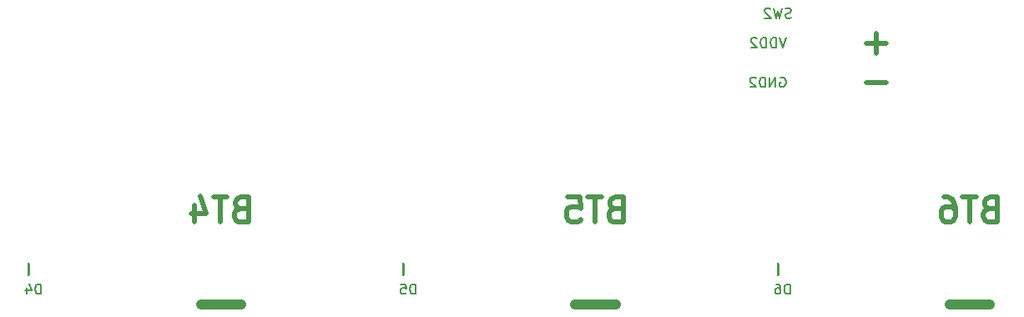
<source format=gbo>
G04 #@! TF.FileFunction,Legend,Bot*
%FSLAX46Y46*%
G04 Gerber Fmt 4.6, Leading zero omitted, Abs format (unit mm)*
G04 Created by KiCad (PCBNEW 4.0.7) date 03/19/18 10:43:22*
%MOMM*%
%LPD*%
G01*
G04 APERTURE LIST*
%ADD10C,0.100000*%
%ADD11C,0.500000*%
%ADD12C,1.000000*%
%ADD13C,0.300000*%
%ADD14C,0.200000*%
%ADD15C,2.600000*%
%ADD16R,3.650000X4.970000*%
%ADD17R,1.900000X1.600000*%
%ADD18C,1.300000*%
%ADD19R,1.600000X1.200000*%
%ADD20R,1.100000X2.100000*%
%ADD21R,6.800000X2.400000*%
%ADD22R,4.300000X2.400000*%
G04 APERTURE END LIST*
D10*
D11*
X186000000Y-57000000D02*
X188000000Y-57000000D01*
X187000000Y-52000000D02*
X187000000Y-54000000D01*
X186000000Y-53000000D02*
X188000000Y-53000000D01*
D12*
X118460000Y-79520000D02*
X122540000Y-79520000D01*
X156460000Y-79520000D02*
X160540000Y-79520000D01*
X194460000Y-79520000D02*
X198540000Y-79520000D01*
D13*
X176992000Y-76508000D02*
X176992000Y-75492000D01*
X138992000Y-76508000D02*
X138992000Y-75492000D01*
X100992000Y-76508000D02*
X100992000Y-75492000D01*
D11*
X122464286Y-69821429D02*
X122107143Y-69940476D01*
X121988095Y-70059524D01*
X121869047Y-70297619D01*
X121869047Y-70654762D01*
X121988095Y-70892857D01*
X122107143Y-71011905D01*
X122345238Y-71130952D01*
X123297619Y-71130952D01*
X123297619Y-68630952D01*
X122464286Y-68630952D01*
X122226190Y-68750000D01*
X122107143Y-68869048D01*
X121988095Y-69107143D01*
X121988095Y-69345238D01*
X122107143Y-69583333D01*
X122226190Y-69702381D01*
X122464286Y-69821429D01*
X123297619Y-69821429D01*
X121154762Y-68630952D02*
X119726190Y-68630952D01*
X120440476Y-71130952D02*
X120440476Y-68630952D01*
X117821428Y-69464286D02*
X117821428Y-71130952D01*
X118416666Y-68511905D02*
X119011905Y-70297619D01*
X117464285Y-70297619D01*
X160464286Y-69821429D02*
X160107143Y-69940476D01*
X159988095Y-70059524D01*
X159869047Y-70297619D01*
X159869047Y-70654762D01*
X159988095Y-70892857D01*
X160107143Y-71011905D01*
X160345238Y-71130952D01*
X161297619Y-71130952D01*
X161297619Y-68630952D01*
X160464286Y-68630952D01*
X160226190Y-68750000D01*
X160107143Y-68869048D01*
X159988095Y-69107143D01*
X159988095Y-69345238D01*
X160107143Y-69583333D01*
X160226190Y-69702381D01*
X160464286Y-69821429D01*
X161297619Y-69821429D01*
X159154762Y-68630952D02*
X157726190Y-68630952D01*
X158440476Y-71130952D02*
X158440476Y-68630952D01*
X155702381Y-68630952D02*
X156892857Y-68630952D01*
X157011905Y-69821429D01*
X156892857Y-69702381D01*
X156654762Y-69583333D01*
X156059524Y-69583333D01*
X155821428Y-69702381D01*
X155702381Y-69821429D01*
X155583333Y-70059524D01*
X155583333Y-70654762D01*
X155702381Y-70892857D01*
X155821428Y-71011905D01*
X156059524Y-71130952D01*
X156654762Y-71130952D01*
X156892857Y-71011905D01*
X157011905Y-70892857D01*
X198464286Y-69821429D02*
X198107143Y-69940476D01*
X197988095Y-70059524D01*
X197869047Y-70297619D01*
X197869047Y-70654762D01*
X197988095Y-70892857D01*
X198107143Y-71011905D01*
X198345238Y-71130952D01*
X199297619Y-71130952D01*
X199297619Y-68630952D01*
X198464286Y-68630952D01*
X198226190Y-68750000D01*
X198107143Y-68869048D01*
X197988095Y-69107143D01*
X197988095Y-69345238D01*
X198107143Y-69583333D01*
X198226190Y-69702381D01*
X198464286Y-69821429D01*
X199297619Y-69821429D01*
X197154762Y-68630952D02*
X195726190Y-68630952D01*
X196440476Y-71130952D02*
X196440476Y-68630952D01*
X193821428Y-68630952D02*
X194297619Y-68630952D01*
X194535714Y-68750000D01*
X194654762Y-68869048D01*
X194892857Y-69226190D01*
X195011905Y-69702381D01*
X195011905Y-70654762D01*
X194892857Y-70892857D01*
X194773809Y-71011905D01*
X194535714Y-71130952D01*
X194059524Y-71130952D01*
X193821428Y-71011905D01*
X193702381Y-70892857D01*
X193583333Y-70654762D01*
X193583333Y-70059524D01*
X193702381Y-69821429D01*
X193821428Y-69702381D01*
X194059524Y-69583333D01*
X194535714Y-69583333D01*
X194773809Y-69702381D01*
X194892857Y-69821429D01*
X195011905Y-70059524D01*
D14*
X178238095Y-78452381D02*
X178238095Y-77452381D01*
X178000000Y-77452381D01*
X177857142Y-77500000D01*
X177761904Y-77595238D01*
X177714285Y-77690476D01*
X177666666Y-77880952D01*
X177666666Y-78023810D01*
X177714285Y-78214286D01*
X177761904Y-78309524D01*
X177857142Y-78404762D01*
X178000000Y-78452381D01*
X178238095Y-78452381D01*
X176809523Y-77452381D02*
X177000000Y-77452381D01*
X177095238Y-77500000D01*
X177142857Y-77547619D01*
X177238095Y-77690476D01*
X177285714Y-77880952D01*
X177285714Y-78261905D01*
X177238095Y-78357143D01*
X177190476Y-78404762D01*
X177095238Y-78452381D01*
X176904761Y-78452381D01*
X176809523Y-78404762D01*
X176761904Y-78357143D01*
X176714285Y-78261905D01*
X176714285Y-78023810D01*
X176761904Y-77928571D01*
X176809523Y-77880952D01*
X176904761Y-77833333D01*
X177095238Y-77833333D01*
X177190476Y-77880952D01*
X177238095Y-77928571D01*
X177285714Y-78023810D01*
X140238095Y-78452381D02*
X140238095Y-77452381D01*
X140000000Y-77452381D01*
X139857142Y-77500000D01*
X139761904Y-77595238D01*
X139714285Y-77690476D01*
X139666666Y-77880952D01*
X139666666Y-78023810D01*
X139714285Y-78214286D01*
X139761904Y-78309524D01*
X139857142Y-78404762D01*
X140000000Y-78452381D01*
X140238095Y-78452381D01*
X138761904Y-77452381D02*
X139238095Y-77452381D01*
X139285714Y-77928571D01*
X139238095Y-77880952D01*
X139142857Y-77833333D01*
X138904761Y-77833333D01*
X138809523Y-77880952D01*
X138761904Y-77928571D01*
X138714285Y-78023810D01*
X138714285Y-78261905D01*
X138761904Y-78357143D01*
X138809523Y-78404762D01*
X138904761Y-78452381D01*
X139142857Y-78452381D01*
X139238095Y-78404762D01*
X139285714Y-78357143D01*
X102238095Y-78452381D02*
X102238095Y-77452381D01*
X102000000Y-77452381D01*
X101857142Y-77500000D01*
X101761904Y-77595238D01*
X101714285Y-77690476D01*
X101666666Y-77880952D01*
X101666666Y-78023810D01*
X101714285Y-78214286D01*
X101761904Y-78309524D01*
X101857142Y-78404762D01*
X102000000Y-78452381D01*
X102238095Y-78452381D01*
X100809523Y-77785714D02*
X100809523Y-78452381D01*
X101047619Y-77404762D02*
X101285714Y-78119048D01*
X100666666Y-78119048D01*
X178333333Y-50404762D02*
X178190476Y-50452381D01*
X177952380Y-50452381D01*
X177857142Y-50404762D01*
X177809523Y-50357143D01*
X177761904Y-50261905D01*
X177761904Y-50166667D01*
X177809523Y-50071429D01*
X177857142Y-50023810D01*
X177952380Y-49976190D01*
X178142857Y-49928571D01*
X178238095Y-49880952D01*
X178285714Y-49833333D01*
X178333333Y-49738095D01*
X178333333Y-49642857D01*
X178285714Y-49547619D01*
X178238095Y-49500000D01*
X178142857Y-49452381D01*
X177904761Y-49452381D01*
X177761904Y-49500000D01*
X177428571Y-49452381D02*
X177190476Y-50452381D01*
X176999999Y-49738095D01*
X176809523Y-50452381D01*
X176571428Y-49452381D01*
X176238095Y-49547619D02*
X176190476Y-49500000D01*
X176095238Y-49452381D01*
X175857142Y-49452381D01*
X175761904Y-49500000D01*
X175714285Y-49547619D01*
X175666666Y-49642857D01*
X175666666Y-49738095D01*
X175714285Y-49880952D01*
X176285714Y-50452381D01*
X175666666Y-50452381D01*
X177809524Y-52452381D02*
X177476191Y-53452381D01*
X177142857Y-52452381D01*
X176809524Y-53452381D02*
X176809524Y-52452381D01*
X176571429Y-52452381D01*
X176428571Y-52500000D01*
X176333333Y-52595238D01*
X176285714Y-52690476D01*
X176238095Y-52880952D01*
X176238095Y-53023810D01*
X176285714Y-53214286D01*
X176333333Y-53309524D01*
X176428571Y-53404762D01*
X176571429Y-53452381D01*
X176809524Y-53452381D01*
X175809524Y-53452381D02*
X175809524Y-52452381D01*
X175571429Y-52452381D01*
X175428571Y-52500000D01*
X175333333Y-52595238D01*
X175285714Y-52690476D01*
X175238095Y-52880952D01*
X175238095Y-53023810D01*
X175285714Y-53214286D01*
X175333333Y-53309524D01*
X175428571Y-53404762D01*
X175571429Y-53452381D01*
X175809524Y-53452381D01*
X174857143Y-52547619D02*
X174809524Y-52500000D01*
X174714286Y-52452381D01*
X174476190Y-52452381D01*
X174380952Y-52500000D01*
X174333333Y-52547619D01*
X174285714Y-52642857D01*
X174285714Y-52738095D01*
X174333333Y-52880952D01*
X174904762Y-53452381D01*
X174285714Y-53452381D01*
X177238095Y-56500000D02*
X177333333Y-56452381D01*
X177476190Y-56452381D01*
X177619048Y-56500000D01*
X177714286Y-56595238D01*
X177761905Y-56690476D01*
X177809524Y-56880952D01*
X177809524Y-57023810D01*
X177761905Y-57214286D01*
X177714286Y-57309524D01*
X177619048Y-57404762D01*
X177476190Y-57452381D01*
X177380952Y-57452381D01*
X177238095Y-57404762D01*
X177190476Y-57357143D01*
X177190476Y-57023810D01*
X177380952Y-57023810D01*
X176761905Y-57452381D02*
X176761905Y-56452381D01*
X176190476Y-57452381D01*
X176190476Y-56452381D01*
X175714286Y-57452381D02*
X175714286Y-56452381D01*
X175476191Y-56452381D01*
X175333333Y-56500000D01*
X175238095Y-56595238D01*
X175190476Y-56690476D01*
X175142857Y-56880952D01*
X175142857Y-57023810D01*
X175190476Y-57214286D01*
X175238095Y-57309524D01*
X175333333Y-57404762D01*
X175476191Y-57452381D01*
X175714286Y-57452381D01*
X174761905Y-56547619D02*
X174714286Y-56500000D01*
X174619048Y-56452381D01*
X174380952Y-56452381D01*
X174285714Y-56500000D01*
X174238095Y-56547619D01*
X174190476Y-56642857D01*
X174190476Y-56738095D01*
X174238095Y-56880952D01*
X174809524Y-57452381D01*
X174190476Y-57452381D01*
%LPC*%
D15*
X101500000Y-62500000D03*
X139500000Y-62500000D03*
X177500000Y-62500000D03*
D16*
X135840000Y-70000000D03*
X105160000Y-70000000D03*
X173840000Y-70000000D03*
X143160000Y-70000000D03*
X211840000Y-70000000D03*
X181160000Y-70000000D03*
D17*
X179050000Y-76000000D03*
X175950000Y-76000000D03*
X141050000Y-76000000D03*
X137950000Y-76000000D03*
X103050000Y-76000000D03*
X99950000Y-76000000D03*
D18*
X175500000Y-45750000D03*
X178500000Y-45750000D03*
D19*
X173250000Y-44650000D03*
X173250000Y-46850000D03*
X180750000Y-44650000D03*
X180750000Y-46850000D03*
D20*
X174750000Y-47600000D03*
X177750000Y-47600000D03*
X179250000Y-47600000D03*
D18*
X178500000Y-45750000D03*
X175500000Y-45750000D03*
D21*
X181450000Y-53000000D03*
D22*
X171800000Y-53000000D03*
D21*
X181450000Y-57000000D03*
D22*
X171800000Y-57000000D03*
M02*

</source>
